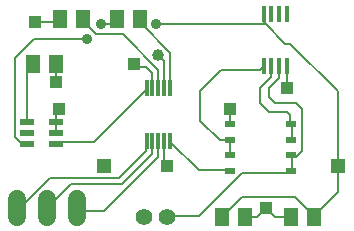
<source format=gtl>
G75*
%MOIN*%
%OFA0B0*%
%FSLAX25Y25*%
%IPPOS*%
%LPD*%
%AMOC8*
5,1,8,0,0,1.08239X$1,22.5*
%
%ADD10R,0.05118X0.05906*%
%ADD11R,0.04800X0.02000*%
%ADD12R,0.01200X0.05600*%
%ADD13R,0.01800X0.05400*%
%ADD14R,0.05118X0.06299*%
%ADD15R,0.03543X0.01969*%
%ADD16C,0.05543*%
%ADD17C,0.05937*%
%ADD18C,0.00787*%
%ADD19R,0.05150X0.05150*%
%ADD20C,0.03575*%
%ADD21C,0.00800*%
%ADD22C,0.03969*%
%ADD23R,0.03969X0.03969*%
D10*
X0084317Y0097828D03*
X0091797Y0097828D03*
X0103317Y0097828D03*
X0110797Y0097828D03*
X0138317Y0031828D03*
X0145797Y0031828D03*
X0161317Y0031828D03*
X0168797Y0031828D03*
D11*
X0082857Y0056128D03*
X0082857Y0059828D03*
X0082857Y0063528D03*
X0073257Y0063528D03*
X0073257Y0059828D03*
X0073257Y0056128D03*
D12*
X0113157Y0057028D03*
X0115057Y0057028D03*
X0117057Y0057028D03*
X0119057Y0057028D03*
X0120957Y0057028D03*
X0120957Y0074628D03*
X0119057Y0074628D03*
X0117057Y0074628D03*
X0115057Y0074628D03*
X0113157Y0074628D03*
D13*
X0152257Y0082128D03*
X0154757Y0082128D03*
X0157357Y0082128D03*
X0159857Y0082128D03*
X0159857Y0099528D03*
X0157357Y0099528D03*
X0154757Y0099528D03*
X0152257Y0099528D03*
D14*
X0082797Y0082828D03*
X0075317Y0082828D03*
D15*
X0140907Y0062552D03*
X0140907Y0057402D03*
X0140907Y0052253D03*
X0140907Y0047103D03*
X0161206Y0047103D03*
X0161206Y0052253D03*
X0161206Y0057402D03*
X0161206Y0062552D03*
D16*
X0119994Y0031828D03*
X0112120Y0031828D03*
D17*
X0070057Y0031859D02*
X0070057Y0037796D01*
X0080057Y0037796D02*
X0080057Y0031859D01*
X0090057Y0031859D02*
X0090057Y0037796D01*
D18*
X0082857Y0056128D02*
X0083610Y0056831D01*
X0095569Y0056831D01*
X0113108Y0074371D01*
X0113157Y0074628D01*
X0117057Y0074628D02*
X0117094Y0075168D01*
X0117094Y0080749D01*
X0105135Y0092707D01*
X0096366Y0092707D01*
X0091582Y0097491D01*
X0091797Y0097828D01*
X0097960Y0095896D02*
X0101149Y0095896D01*
X0102744Y0097491D01*
X0103317Y0097828D01*
X0110797Y0097828D02*
X0111513Y0097491D01*
X0111513Y0095896D01*
X0121080Y0086330D01*
X0121080Y0075168D01*
X0120957Y0074628D01*
X0120957Y0057028D02*
X0121080Y0056831D01*
X0130647Y0047265D01*
X0140214Y0047265D01*
X0140907Y0047103D01*
X0144998Y0046467D02*
X0130647Y0032117D01*
X0120283Y0032117D01*
X0119994Y0031828D01*
X0138317Y0031828D02*
X0138620Y0032117D01*
X0144998Y0038495D01*
X0162537Y0038495D01*
X0168915Y0032117D01*
X0168797Y0031828D01*
X0168915Y0032117D02*
X0176887Y0040089D01*
X0176887Y0048062D01*
X0177057Y0048828D01*
X0176887Y0048859D01*
X0176887Y0073574D01*
X0160943Y0089519D01*
X0159348Y0089519D01*
X0152970Y0095896D01*
X0116297Y0095896D01*
X0093177Y0091113D02*
X0075637Y0091113D01*
X0069259Y0084735D01*
X0069259Y0058426D01*
X0070854Y0056831D01*
X0073246Y0056831D01*
X0073257Y0056128D01*
X0073257Y0063528D02*
X0073246Y0064007D01*
X0073246Y0080749D01*
X0074840Y0082343D01*
X0075317Y0082828D01*
X0140907Y0057402D02*
X0141011Y0056831D01*
X0141011Y0052845D01*
X0140907Y0052253D01*
X0144998Y0046467D02*
X0160943Y0046467D01*
X0161206Y0047103D01*
X0161740Y0047265D01*
X0161740Y0052048D01*
X0161206Y0052253D01*
X0161206Y0057402D02*
X0161740Y0057629D01*
X0161740Y0062412D01*
X0161206Y0062552D01*
X0152970Y0095896D02*
X0152173Y0096694D01*
X0152173Y0099085D01*
X0152257Y0099528D01*
D19*
X0177057Y0048828D03*
X0099057Y0048828D03*
D20*
X0093177Y0091113D03*
X0097960Y0095896D03*
X0116297Y0095896D03*
D21*
X0117057Y0085828D02*
X0119057Y0083828D01*
X0119057Y0074628D01*
X0115057Y0074628D02*
X0115057Y0079828D01*
X0113057Y0081828D01*
X0110057Y0081828D01*
X0109057Y0082828D01*
X0131057Y0073828D02*
X0138057Y0080828D01*
X0150957Y0080828D01*
X0152257Y0082128D01*
X0154757Y0082128D02*
X0154757Y0078528D01*
X0151057Y0074828D01*
X0151057Y0069828D01*
X0154057Y0066828D01*
X0160057Y0066828D01*
X0161057Y0065828D01*
X0161057Y0062702D01*
X0161206Y0062552D01*
X0165057Y0067828D02*
X0165057Y0053828D01*
X0163057Y0051828D01*
X0161632Y0051828D01*
X0161206Y0052253D01*
X0165057Y0067828D02*
X0163057Y0069828D01*
X0156057Y0069828D01*
X0154057Y0071828D01*
X0154057Y0074828D01*
X0157357Y0078128D01*
X0157357Y0082128D01*
X0159857Y0082128D02*
X0160057Y0081928D01*
X0160057Y0074828D01*
X0141057Y0067828D02*
X0141057Y0062702D01*
X0140907Y0062552D01*
X0140907Y0057402D02*
X0137482Y0057402D01*
X0131057Y0063828D01*
X0131057Y0073828D01*
X0119057Y0057028D02*
X0119057Y0050828D01*
X0120057Y0049828D01*
X0120057Y0048828D01*
X0117057Y0051828D02*
X0117057Y0057028D01*
X0115057Y0057028D02*
X0115057Y0052828D01*
X0105057Y0042828D01*
X0088057Y0042828D01*
X0080057Y0034828D01*
X0070057Y0034828D02*
X0070057Y0033828D01*
X0081057Y0044828D01*
X0104057Y0044828D01*
X0113057Y0053828D01*
X0113057Y0056928D01*
X0113157Y0057028D01*
X0117057Y0051828D02*
X0099057Y0033828D01*
X0091057Y0033828D01*
X0090057Y0034828D01*
X0082857Y0059828D02*
X0082857Y0063528D01*
X0082857Y0066628D01*
X0084057Y0067828D01*
X0083057Y0076828D02*
X0082797Y0077087D01*
X0082797Y0082828D01*
X0083317Y0096828D02*
X0076057Y0096828D01*
X0083317Y0096828D02*
X0084317Y0097828D01*
X0150057Y0031828D02*
X0153057Y0034828D01*
X0156057Y0031828D01*
X0161317Y0031828D01*
X0150057Y0031828D02*
X0145797Y0031828D01*
D22*
X0117057Y0085828D03*
D23*
X0109057Y0082828D03*
X0083057Y0076828D03*
X0084057Y0067828D03*
X0076057Y0096828D03*
X0120057Y0048828D03*
X0141057Y0067828D03*
X0160057Y0074828D03*
X0153057Y0034828D03*
M02*

</source>
